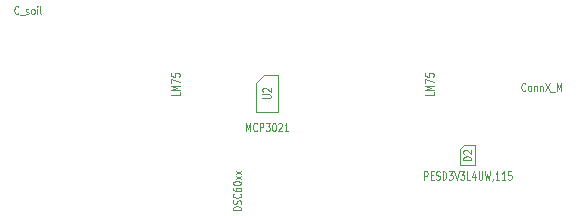
<source format=gbr>
G04 #@! TF.FileFunction,Other,Fab,Top*
%FSLAX46Y46*%
G04 Gerber Fmt 4.6, Leading zero omitted, Abs format (unit mm)*
G04 Created by KiCad (PCBNEW 4.0.7-e2-6376~61~ubuntu18.04.1) date Fri Jul  6 14:55:34 2018*
%MOMM*%
%LPD*%
G01*
G04 APERTURE LIST*
%ADD10C,0.100000*%
%ADD11C,0.120000*%
G04 APERTURE END LIST*
D10*
X159350000Y-80470000D02*
X159670000Y-80150000D01*
X160650000Y-80150000D02*
X159670000Y-80150000D01*
X159350000Y-80470000D02*
X159350000Y-81850000D01*
X160650000Y-80150000D02*
X160650000Y-81850000D01*
X160650000Y-81850000D02*
X159350000Y-81850000D01*
X142100000Y-74850000D02*
X142750000Y-74200000D01*
X143900000Y-74200000D02*
X142750000Y-74200000D01*
X142100000Y-74850000D02*
X142100000Y-77300000D01*
X143900000Y-77300000D02*
X142100000Y-77300000D01*
X143900000Y-74200000D02*
X143900000Y-77300000D01*
D11*
X157116667Y-75667857D02*
X157116667Y-75929762D01*
X156416667Y-75929762D01*
X157116667Y-75484524D02*
X156416667Y-75484524D01*
X156916667Y-75301190D01*
X156416667Y-75117857D01*
X157116667Y-75117857D01*
X156416667Y-74908334D02*
X156416667Y-74541667D01*
X157116667Y-74777381D01*
X156416667Y-74070238D02*
X156416667Y-74332143D01*
X156750000Y-74358333D01*
X156716667Y-74332143D01*
X156683333Y-74279762D01*
X156683333Y-74148809D01*
X156716667Y-74096428D01*
X156750000Y-74070238D01*
X156816667Y-74044047D01*
X156983333Y-74044047D01*
X157050000Y-74070238D01*
X157083333Y-74096428D01*
X157116667Y-74148809D01*
X157116667Y-74279762D01*
X157083333Y-74332143D01*
X157050000Y-74358333D01*
X156307141Y-83066667D02*
X156307141Y-82366667D01*
X156516665Y-82366667D01*
X156569046Y-82400000D01*
X156595237Y-82433333D01*
X156621427Y-82500000D01*
X156621427Y-82600000D01*
X156595237Y-82666667D01*
X156569046Y-82700000D01*
X156516665Y-82733333D01*
X156307141Y-82733333D01*
X156857141Y-82700000D02*
X157040475Y-82700000D01*
X157119046Y-83066667D02*
X156857141Y-83066667D01*
X156857141Y-82366667D01*
X157119046Y-82366667D01*
X157328570Y-83033333D02*
X157407141Y-83066667D01*
X157538094Y-83066667D01*
X157590475Y-83033333D01*
X157616665Y-83000000D01*
X157642856Y-82933333D01*
X157642856Y-82866667D01*
X157616665Y-82800000D01*
X157590475Y-82766667D01*
X157538094Y-82733333D01*
X157433332Y-82700000D01*
X157380951Y-82666667D01*
X157354760Y-82633333D01*
X157328570Y-82566667D01*
X157328570Y-82500000D01*
X157354760Y-82433333D01*
X157380951Y-82400000D01*
X157433332Y-82366667D01*
X157564284Y-82366667D01*
X157642856Y-82400000D01*
X157878570Y-83066667D02*
X157878570Y-82366667D01*
X158009523Y-82366667D01*
X158088094Y-82400000D01*
X158140475Y-82466667D01*
X158166666Y-82533333D01*
X158192856Y-82666667D01*
X158192856Y-82766667D01*
X158166666Y-82900000D01*
X158140475Y-82966667D01*
X158088094Y-83033333D01*
X158009523Y-83066667D01*
X157878570Y-83066667D01*
X158376189Y-82366667D02*
X158716666Y-82366667D01*
X158533332Y-82633333D01*
X158611904Y-82633333D01*
X158664285Y-82666667D01*
X158690475Y-82700000D01*
X158716666Y-82766667D01*
X158716666Y-82933333D01*
X158690475Y-83000000D01*
X158664285Y-83033333D01*
X158611904Y-83066667D01*
X158454761Y-83066667D01*
X158402380Y-83033333D01*
X158376189Y-83000000D01*
X158873809Y-82366667D02*
X159057142Y-83066667D01*
X159240476Y-82366667D01*
X159371428Y-82366667D02*
X159711905Y-82366667D01*
X159528571Y-82633333D01*
X159607143Y-82633333D01*
X159659524Y-82666667D01*
X159685714Y-82700000D01*
X159711905Y-82766667D01*
X159711905Y-82933333D01*
X159685714Y-83000000D01*
X159659524Y-83033333D01*
X159607143Y-83066667D01*
X159450000Y-83066667D01*
X159397619Y-83033333D01*
X159371428Y-83000000D01*
X160209524Y-83066667D02*
X159947619Y-83066667D01*
X159947619Y-82366667D01*
X160628572Y-82600000D02*
X160628572Y-83066667D01*
X160497619Y-82333333D02*
X160366667Y-82833333D01*
X160707143Y-82833333D01*
X160916667Y-82366667D02*
X160916667Y-82933333D01*
X160942858Y-83000000D01*
X160969048Y-83033333D01*
X161021429Y-83066667D01*
X161126191Y-83066667D01*
X161178572Y-83033333D01*
X161204763Y-83000000D01*
X161230953Y-82933333D01*
X161230953Y-82366667D01*
X161440476Y-82366667D02*
X161571429Y-83066667D01*
X161676191Y-82566667D01*
X161780953Y-83066667D01*
X161911905Y-82366667D01*
X162147619Y-83033333D02*
X162147619Y-83066667D01*
X162121428Y-83133333D01*
X162095238Y-83166667D01*
X162671429Y-83066667D02*
X162357143Y-83066667D01*
X162514286Y-83066667D02*
X162514286Y-82366667D01*
X162461905Y-82466667D01*
X162409524Y-82533333D01*
X162357143Y-82566667D01*
X163195239Y-83066667D02*
X162880953Y-83066667D01*
X163038096Y-83066667D02*
X163038096Y-82366667D01*
X162985715Y-82466667D01*
X162933334Y-82533333D01*
X162880953Y-82566667D01*
X163692858Y-82366667D02*
X163430953Y-82366667D01*
X163404763Y-82700000D01*
X163430953Y-82666667D01*
X163483334Y-82633333D01*
X163614287Y-82633333D01*
X163666668Y-82666667D01*
X163692858Y-82700000D01*
X163719049Y-82766667D01*
X163719049Y-82933333D01*
X163692858Y-83000000D01*
X163666668Y-83033333D01*
X163614287Y-83066667D01*
X163483334Y-83066667D01*
X163430953Y-83033333D01*
X163404763Y-83000000D01*
X160316667Y-81405953D02*
X159616667Y-81405953D01*
X159616667Y-81275000D01*
X159650000Y-81196429D01*
X159716667Y-81144048D01*
X159783333Y-81117857D01*
X159916667Y-81091667D01*
X160016667Y-81091667D01*
X160150000Y-81117857D01*
X160216667Y-81144048D01*
X160283333Y-81196429D01*
X160316667Y-81275000D01*
X160316667Y-81405953D01*
X159683333Y-80882143D02*
X159650000Y-80855953D01*
X159616667Y-80803572D01*
X159616667Y-80672619D01*
X159650000Y-80620238D01*
X159683333Y-80594048D01*
X159750000Y-80567857D01*
X159816667Y-80567857D01*
X159916667Y-80594048D01*
X160316667Y-80908334D01*
X160316667Y-80567857D01*
X164888095Y-75500000D02*
X164861905Y-75533333D01*
X164783333Y-75566667D01*
X164730952Y-75566667D01*
X164652381Y-75533333D01*
X164600000Y-75466667D01*
X164573809Y-75400000D01*
X164547619Y-75266667D01*
X164547619Y-75166667D01*
X164573809Y-75033333D01*
X164600000Y-74966667D01*
X164652381Y-74900000D01*
X164730952Y-74866667D01*
X164783333Y-74866667D01*
X164861905Y-74900000D01*
X164888095Y-74933333D01*
X165202381Y-75566667D02*
X165150000Y-75533333D01*
X165123809Y-75500000D01*
X165097619Y-75433333D01*
X165097619Y-75233333D01*
X165123809Y-75166667D01*
X165150000Y-75133333D01*
X165202381Y-75100000D01*
X165280952Y-75100000D01*
X165333333Y-75133333D01*
X165359524Y-75166667D01*
X165385714Y-75233333D01*
X165385714Y-75433333D01*
X165359524Y-75500000D01*
X165333333Y-75533333D01*
X165280952Y-75566667D01*
X165202381Y-75566667D01*
X165621428Y-75100000D02*
X165621428Y-75566667D01*
X165621428Y-75166667D02*
X165647619Y-75133333D01*
X165700000Y-75100000D01*
X165778571Y-75100000D01*
X165830952Y-75133333D01*
X165857143Y-75200000D01*
X165857143Y-75566667D01*
X166119047Y-75100000D02*
X166119047Y-75566667D01*
X166119047Y-75166667D02*
X166145238Y-75133333D01*
X166197619Y-75100000D01*
X166276190Y-75100000D01*
X166328571Y-75133333D01*
X166354762Y-75200000D01*
X166354762Y-75566667D01*
X166564285Y-74866667D02*
X166930952Y-75566667D01*
X166930952Y-74866667D02*
X166564285Y-75566667D01*
X167009524Y-75633333D02*
X167428572Y-75633333D01*
X167559524Y-75566667D02*
X167559524Y-74866667D01*
X167742858Y-75366667D01*
X167926191Y-74866667D01*
X167926191Y-75566667D01*
X140816667Y-85650001D02*
X140116667Y-85650001D01*
X140116667Y-85519048D01*
X140150000Y-85440477D01*
X140216667Y-85388096D01*
X140283333Y-85361905D01*
X140416667Y-85335715D01*
X140516667Y-85335715D01*
X140650000Y-85361905D01*
X140716667Y-85388096D01*
X140783333Y-85440477D01*
X140816667Y-85519048D01*
X140816667Y-85650001D01*
X140783333Y-85126191D02*
X140816667Y-85047620D01*
X140816667Y-84916667D01*
X140783333Y-84864286D01*
X140750000Y-84838096D01*
X140683333Y-84811905D01*
X140616667Y-84811905D01*
X140550000Y-84838096D01*
X140516667Y-84864286D01*
X140483333Y-84916667D01*
X140450000Y-85021429D01*
X140416667Y-85073810D01*
X140383333Y-85100001D01*
X140316667Y-85126191D01*
X140250000Y-85126191D01*
X140183333Y-85100001D01*
X140150000Y-85073810D01*
X140116667Y-85021429D01*
X140116667Y-84890477D01*
X140150000Y-84811905D01*
X140750000Y-84261905D02*
X140783333Y-84288095D01*
X140816667Y-84366667D01*
X140816667Y-84419048D01*
X140783333Y-84497619D01*
X140716667Y-84550000D01*
X140650000Y-84576191D01*
X140516667Y-84602381D01*
X140416667Y-84602381D01*
X140283333Y-84576191D01*
X140216667Y-84550000D01*
X140150000Y-84497619D01*
X140116667Y-84419048D01*
X140116667Y-84366667D01*
X140150000Y-84288095D01*
X140183333Y-84261905D01*
X140116667Y-83790476D02*
X140116667Y-83895238D01*
X140150000Y-83947619D01*
X140183333Y-83973810D01*
X140283333Y-84026191D01*
X140416667Y-84052381D01*
X140683333Y-84052381D01*
X140750000Y-84026191D01*
X140783333Y-84000000D01*
X140816667Y-83947619D01*
X140816667Y-83842857D01*
X140783333Y-83790476D01*
X140750000Y-83764286D01*
X140683333Y-83738095D01*
X140516667Y-83738095D01*
X140450000Y-83764286D01*
X140416667Y-83790476D01*
X140383333Y-83842857D01*
X140383333Y-83947619D01*
X140416667Y-84000000D01*
X140450000Y-84026191D01*
X140516667Y-84052381D01*
X140116667Y-83397619D02*
X140116667Y-83345238D01*
X140150000Y-83292857D01*
X140183333Y-83266666D01*
X140250000Y-83240476D01*
X140383333Y-83214285D01*
X140550000Y-83214285D01*
X140683333Y-83240476D01*
X140750000Y-83266666D01*
X140783333Y-83292857D01*
X140816667Y-83345238D01*
X140816667Y-83397619D01*
X140783333Y-83450000D01*
X140750000Y-83476190D01*
X140683333Y-83502381D01*
X140550000Y-83528571D01*
X140383333Y-83528571D01*
X140250000Y-83502381D01*
X140183333Y-83476190D01*
X140150000Y-83450000D01*
X140116667Y-83397619D01*
X140816667Y-83030952D02*
X140350000Y-82742856D01*
X140350000Y-83030952D02*
X140816667Y-82742856D01*
X140816667Y-82585714D02*
X140350000Y-82297618D01*
X140350000Y-82585714D02*
X140816667Y-82297618D01*
X141219047Y-78966667D02*
X141219047Y-78266667D01*
X141402381Y-78766667D01*
X141585714Y-78266667D01*
X141585714Y-78966667D01*
X142161904Y-78900000D02*
X142135714Y-78933333D01*
X142057142Y-78966667D01*
X142004761Y-78966667D01*
X141926190Y-78933333D01*
X141873809Y-78866667D01*
X141847618Y-78800000D01*
X141821428Y-78666667D01*
X141821428Y-78566667D01*
X141847618Y-78433333D01*
X141873809Y-78366667D01*
X141926190Y-78300000D01*
X142004761Y-78266667D01*
X142057142Y-78266667D01*
X142135714Y-78300000D01*
X142161904Y-78333333D01*
X142397618Y-78966667D02*
X142397618Y-78266667D01*
X142607142Y-78266667D01*
X142659523Y-78300000D01*
X142685714Y-78333333D01*
X142711904Y-78400000D01*
X142711904Y-78500000D01*
X142685714Y-78566667D01*
X142659523Y-78600000D01*
X142607142Y-78633333D01*
X142397618Y-78633333D01*
X142895237Y-78266667D02*
X143235714Y-78266667D01*
X143052380Y-78533333D01*
X143130952Y-78533333D01*
X143183333Y-78566667D01*
X143209523Y-78600000D01*
X143235714Y-78666667D01*
X143235714Y-78833333D01*
X143209523Y-78900000D01*
X143183333Y-78933333D01*
X143130952Y-78966667D01*
X142973809Y-78966667D01*
X142921428Y-78933333D01*
X142895237Y-78900000D01*
X143576190Y-78266667D02*
X143628571Y-78266667D01*
X143680952Y-78300000D01*
X143707143Y-78333333D01*
X143733333Y-78400000D01*
X143759524Y-78533333D01*
X143759524Y-78700000D01*
X143733333Y-78833333D01*
X143707143Y-78900000D01*
X143680952Y-78933333D01*
X143628571Y-78966667D01*
X143576190Y-78966667D01*
X143523809Y-78933333D01*
X143497619Y-78900000D01*
X143471428Y-78833333D01*
X143445238Y-78700000D01*
X143445238Y-78533333D01*
X143471428Y-78400000D01*
X143497619Y-78333333D01*
X143523809Y-78300000D01*
X143576190Y-78266667D01*
X143969048Y-78333333D02*
X143995238Y-78300000D01*
X144047619Y-78266667D01*
X144178572Y-78266667D01*
X144230953Y-78300000D01*
X144257143Y-78333333D01*
X144283334Y-78400000D01*
X144283334Y-78466667D01*
X144257143Y-78566667D01*
X143942857Y-78966667D01*
X144283334Y-78966667D01*
X144807144Y-78966667D02*
X144492858Y-78966667D01*
X144650001Y-78966667D02*
X144650001Y-78266667D01*
X144597620Y-78366667D01*
X144545239Y-78433333D01*
X144492858Y-78466667D01*
X142616667Y-76169048D02*
X143183333Y-76169048D01*
X143250000Y-76142857D01*
X143283333Y-76116667D01*
X143316667Y-76064286D01*
X143316667Y-75959524D01*
X143283333Y-75907143D01*
X143250000Y-75880952D01*
X143183333Y-75854762D01*
X142616667Y-75854762D01*
X142683333Y-75619048D02*
X142650000Y-75592858D01*
X142616667Y-75540477D01*
X142616667Y-75409524D01*
X142650000Y-75357143D01*
X142683333Y-75330953D01*
X142750000Y-75304762D01*
X142816667Y-75304762D01*
X142916667Y-75330953D01*
X143316667Y-75645239D01*
X143316667Y-75304762D01*
X135616667Y-75667857D02*
X135616667Y-75929762D01*
X134916667Y-75929762D01*
X135616667Y-75484524D02*
X134916667Y-75484524D01*
X135416667Y-75301190D01*
X134916667Y-75117857D01*
X135616667Y-75117857D01*
X134916667Y-74908334D02*
X134916667Y-74541667D01*
X135616667Y-74777381D01*
X134916667Y-74070238D02*
X134916667Y-74332143D01*
X135250000Y-74358333D01*
X135216667Y-74332143D01*
X135183333Y-74279762D01*
X135183333Y-74148809D01*
X135216667Y-74096428D01*
X135250000Y-74070238D01*
X135316667Y-74044047D01*
X135483333Y-74044047D01*
X135550000Y-74070238D01*
X135583333Y-74096428D01*
X135616667Y-74148809D01*
X135616667Y-74279762D01*
X135583333Y-74332143D01*
X135550000Y-74358333D01*
X121964286Y-69000000D02*
X121938096Y-69033333D01*
X121859524Y-69066667D01*
X121807143Y-69066667D01*
X121728572Y-69033333D01*
X121676191Y-68966667D01*
X121650000Y-68900000D01*
X121623810Y-68766667D01*
X121623810Y-68666667D01*
X121650000Y-68533333D01*
X121676191Y-68466667D01*
X121728572Y-68400000D01*
X121807143Y-68366667D01*
X121859524Y-68366667D01*
X121938096Y-68400000D01*
X121964286Y-68433333D01*
X122069048Y-69133333D02*
X122488096Y-69133333D01*
X122592858Y-69033333D02*
X122645239Y-69066667D01*
X122750001Y-69066667D01*
X122802382Y-69033333D01*
X122828572Y-68966667D01*
X122828572Y-68933333D01*
X122802382Y-68866667D01*
X122750001Y-68833333D01*
X122671429Y-68833333D01*
X122619048Y-68800000D01*
X122592858Y-68733333D01*
X122592858Y-68700000D01*
X122619048Y-68633333D01*
X122671429Y-68600000D01*
X122750001Y-68600000D01*
X122802382Y-68633333D01*
X123142858Y-69066667D02*
X123090477Y-69033333D01*
X123064286Y-69000000D01*
X123038096Y-68933333D01*
X123038096Y-68733333D01*
X123064286Y-68666667D01*
X123090477Y-68633333D01*
X123142858Y-68600000D01*
X123221429Y-68600000D01*
X123273810Y-68633333D01*
X123300001Y-68666667D01*
X123326191Y-68733333D01*
X123326191Y-68933333D01*
X123300001Y-69000000D01*
X123273810Y-69033333D01*
X123221429Y-69066667D01*
X123142858Y-69066667D01*
X123561905Y-69066667D02*
X123561905Y-68600000D01*
X123561905Y-68366667D02*
X123535715Y-68400000D01*
X123561905Y-68433333D01*
X123588096Y-68400000D01*
X123561905Y-68366667D01*
X123561905Y-68433333D01*
X123902382Y-69066667D02*
X123850001Y-69033333D01*
X123823810Y-68966667D01*
X123823810Y-68366667D01*
M02*

</source>
